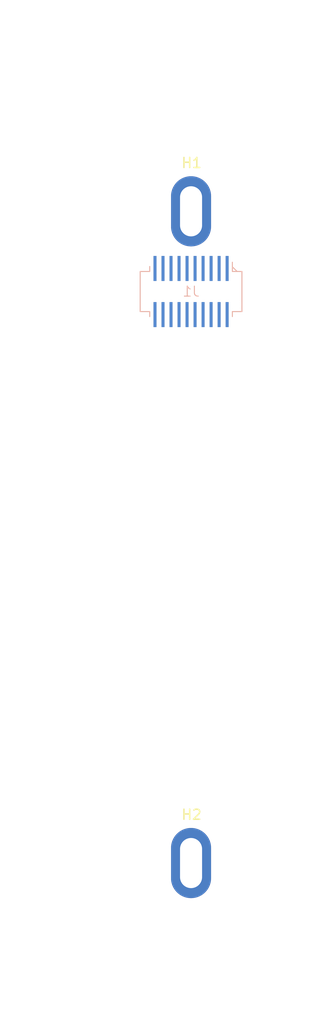
<source format=kicad_pcb>
(kicad_pcb (version 20221018) (generator pcbnew)
  (layers (0 "F.Cu" signal) (31 "B.Cu" signal) (34 "B.Paste" user) (35 "F.Paste" user) (36 "B.SilkS" user "B.Silkscreen") (37 "F.SilkS" user "F.Silkscreen") (38 "B.Mask" user) (39 "F.Mask" user) (44 "Edge.Cuts" user))
  (net 0 "")
  (net 1 "+5V")
  (net 2 "/Tx6")
  (net 3 "/Rx6")
  (net 4 "GND")
  (net 5 "/SDA3")
  (net 6 "/SCL3")
  (net 7 "/PC8")
  (net 8 "/MOSI2")
  (net 9 "/MISO2")
  (net 10 "/SCK2")
  (net 11 "/PB12")
  (net 12 "VDD")
  (footprint "Jimmy_Library:MountingHole_M2_2.2x5mm_pad" (layer "F.Cu") (at 50 42)
    (fp_text reference "H1" (at 0.0508 -4.826 unlocked) (layer "F.SilkS"))
    (fp_text value "MountingHole_Pad")
    (pad "1" thru_hole oval (at 0 0) (size 4 7) (drill oval 2.2 5) (layers "*.Cu" "*.Mask"))
  )
  (footprint "Jimmy_Library:MountingHole_M2_2.2x5mm_pad" (layer "F.Cu") (at 50 107)
    (fp_text reference "H2" (at 0.0508 -4.826 unlocked) (layer "F.SilkS"))
    (fp_text value "MountingHole_Pad")
    (pad "1" thru_hole oval (at 0 0) (size 4 7) (drill oval 2.2 5) (layers "*.Cu" "*.Mask"))
  )
  (footprint "JConnector:BTB_0.8mm_2x10pin_Male" (layer "B.Cu") (at 50 50 180)
    (fp_text reference "J1" (at 0 0 unlocked) (layer "B.SilkS") (effects (font (thickness 0.1)) (justify mirror)))
    (fp_text value "Conn_02x10_Counter_Clockwise")
    (fp_line (start -5.08 -2) (end -5.08 2) (stroke (width 0.1)) (layer "B.SilkS"))
    (fp_line (start -5.08 2) (end -4.124 2) (stroke (width 0.1)) (layer "B.SilkS"))
    (fp_line (start -4.124 -2) (end -5.08 -2) (stroke (width 0.1)) (layer "B.SilkS"))
    (fp_line (start -4.124 -2) (end -4.124 -2.5) (stroke (width 0.1)) (layer "B.SilkS"))
    (fp_line (start -4.124 2) (end -4.124 2.921) (stroke (width 0.1)) (layer "B.SilkS"))
    (fp_line (start -4.124 2.4605) (end -4.602 2) (stroke (width 0.1)) (layer "B.SilkS"))
    (fp_line (start 4.124 -2) (end 4.124 -2.5) (stroke (width 0.1)) (layer "B.SilkS"))
    (fp_line (start 4.124 -2) (end 5.08 -2) (stroke (width 0.1)) (layer "B.SilkS"))
    (fp_line (start 4.124 2) (end 4.124 2.5) (stroke (width 0.1)) (layer "B.SilkS"))
    (fp_line (start 4.124 2) (end 5.08 2) (stroke (width 0.1)) (layer "B.SilkS"))
    (fp_line (start 5.08 2) (end 5.08 -2) (stroke (width 0.1)) (layer "B.SilkS"))
    (pad "" np_thru_hole circle (at -4.5 -1.25 180) (size 0.65 0.65) (drill 0.65) (layers "F&B.Cu" "*.Mask"))
    (pad "" np_thru_hole circle (at 4.5 -1.25 180) (size 0.65 0.65) (drill 0.65) (layers "F&B.Cu" "*.Mask"))
    (pad "1" smd rect (at 3.6 2.3 180) (size 0.3 2.5) (layers "B.Cu" "B.Paste" "B.Mask") (net 1 "+5V"))
    (pad "2" smd rect (at 2.8 2.3 180) (size 0.3 2.5) (layers "B.Cu" "B.Paste" "B.Mask") (net 1 "+5V"))
    (pad "3" smd rect (at 2 2.3 180) (size 0.3 2.5) (layers "B.Cu" "B.Paste" "B.Mask") (net 2 "/Tx6"))
    (pad "4" smd rect (at 1.2 2.3 180) (size 0.3 2.5) (layers "B.Cu" "B.Paste" "B.Mask") (net 3 "/Rx6"))
    (pad "5" smd rect (at 0.4 2.3 180) (size 0.3 2.5) (layers "B.Cu" "B.Paste" "B.Mask") (net 4 "GND"))
    (pad "6" smd rect (at -0.4 2.3 180) (size 0.3 2.5) (layers "B.Cu" "B.Paste" "B.Mask") (net 4 "GND"))
    (pad "7" smd rect (at -1.2 2.3 180) (size 0.3 2.5) (layers "B.Cu" "B.Paste" "B.Mask") (net 5 "/SDA3"))
    (pad "8" smd rect (at -2 2.3 180) (size 0.3 2.5) (layers "B.Cu" "B.Paste" "B.Mask") (net 6 "/SCL3"))
    (pad "9" smd rect (at -2.8 2.3 180) (size 0.3 2.5) (layers "B.Cu" "B.Paste" "B.Mask") (net 4 "GND"))
    (pad "10" smd rect (at -3.6 2.3 180) (size 0.3 2.5) (layers "B.Cu" "B.Paste" "B.Mask") (net 4 "GND"))
    (pad "11" smd rect (at -3.6 -2.3 180) (size 0.3 2.5) (layers "B.Cu" "B.Paste" "B.Mask") (net 4 "GND"))
    (pad "12" smd rect (at -2.8 -2.3 180) (size 0.3 2.5) (layers "B.Cu" "B.Paste" "B.Mask") (net 4 "GND"))
    (pad "13" smd rect (at -2 -2.3 180) (size 0.3 2.5) (layers "B.Cu" "B.Paste" "B.Mask") (net 4 "GND"))
    (pad "14" smd rect (at -1.2 -2.3 180) (size 0.3 2.5) (layers "B.Cu" "B.Paste" "B.Mask") (net 7 "/PC8"))
    (pad "15" smd rect (at -0.4 -2.3 180) (size 0.3 2.5) (layers "B.Cu" "B.Paste" "B.Mask") (net 8 "/MOSI2"))
    (pad "16" smd rect (at 0.4 -2.3 180) (size 0.3 2.5) (layers "B.Cu" "B.Paste" "B.Mask") (net 9 "/MISO2"))
    (pad "17" smd rect (at 1.2 -2.3 180) (size 0.3 2.5) (layers "B.Cu" "B.Paste" "B.Mask") (net 10 "/SCK2"))
    (pad "18" smd rect (at 2 -2.3 180) (size 0.3 2.5) (layers "B.Cu" "B.Paste" "B.Mask") (net 11 "/PB12"))
    (pad "19" smd rect (at 2.8 -2.3 180) (size 0.3 2.5) (layers "B.Cu" "B.Paste" "B.Mask") (net 12 "VDD"))
    (pad "20" smd rect (at 3.6 -2.3 180) (size 0.3 2.5) (layers "B.Cu" "B.Paste" "B.Mask") (net 12 "VDD"))
  )
)
</source>
